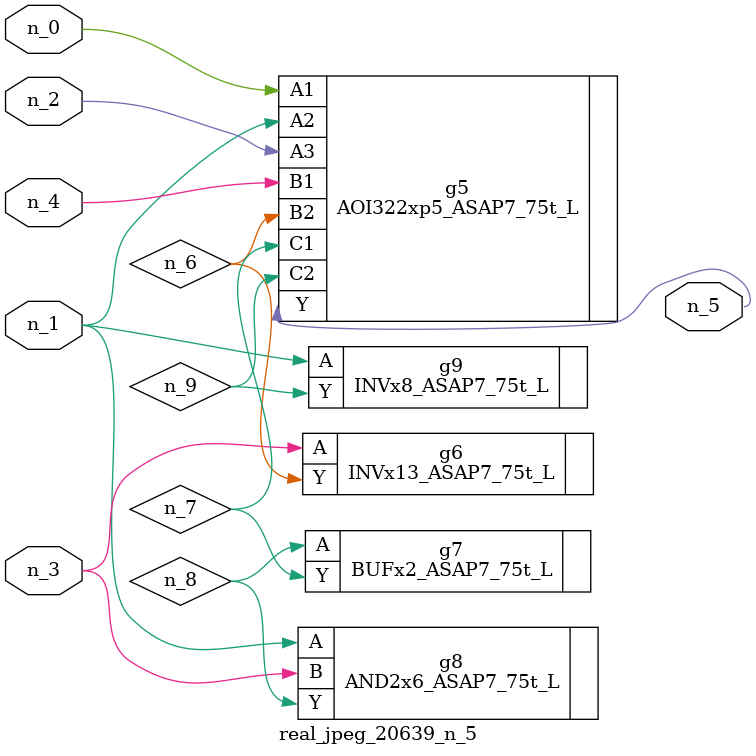
<source format=v>
module real_jpeg_20639_n_5 (n_4, n_0, n_1, n_2, n_3, n_5);

input n_4;
input n_0;
input n_1;
input n_2;
input n_3;

output n_5;

wire n_8;
wire n_6;
wire n_7;
wire n_9;

AOI322xp5_ASAP7_75t_L g5 ( 
.A1(n_0),
.A2(n_1),
.A3(n_2),
.B1(n_4),
.B2(n_6),
.C1(n_7),
.C2(n_9),
.Y(n_5)
);

AND2x6_ASAP7_75t_L g8 ( 
.A(n_1),
.B(n_3),
.Y(n_8)
);

INVx8_ASAP7_75t_L g9 ( 
.A(n_1),
.Y(n_9)
);

INVx13_ASAP7_75t_L g6 ( 
.A(n_3),
.Y(n_6)
);

BUFx2_ASAP7_75t_L g7 ( 
.A(n_8),
.Y(n_7)
);


endmodule
</source>
